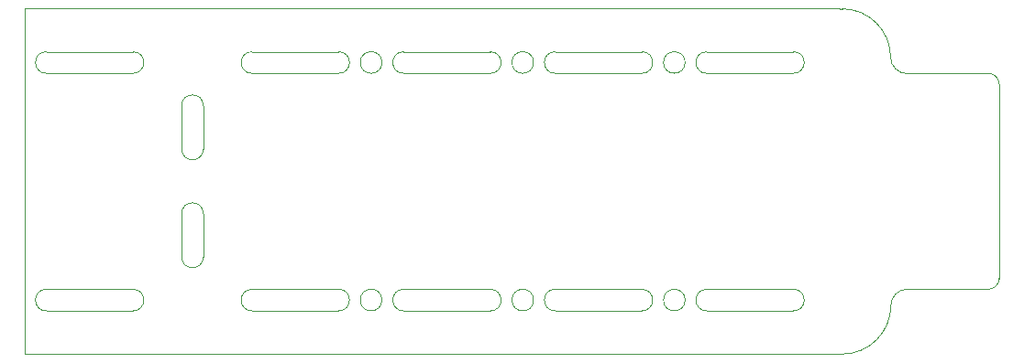
<source format=gm1>
G04 #@! TF.GenerationSoftware,KiCad,Pcbnew,8.0.5*
G04 #@! TF.CreationDate,2024-10-16T23:13:09+09:00*
G04 #@! TF.ProjectId,20240922_FV-1,32303234-3039-4323-925f-46562d312e6b,rev?*
G04 #@! TF.SameCoordinates,Original*
G04 #@! TF.FileFunction,Profile,NP*
%FSLAX46Y46*%
G04 Gerber Fmt 4.6, Leading zero omitted, Abs format (unit mm)*
G04 Created by KiCad (PCBNEW 8.0.5) date 2024-10-16 23:13:09*
%MOMM*%
%LPD*%
G01*
G04 APERTURE LIST*
G04 #@! TA.AperFunction,Profile*
%ADD10C,0.050000*%
G04 #@! TD*
G04 APERTURE END LIST*
D10*
X159000000Y-107000000D02*
X167000000Y-107000000D01*
X157000000Y-106000000D02*
G75*
G02*
X155000000Y-106000000I-1000000J0D01*
G01*
X155000000Y-106000000D02*
G75*
G02*
X157000000Y-106000000I1000000J0D01*
G01*
X120000000Y-83000000D02*
X112000000Y-83000000D01*
X173000000Y-107000000D02*
G75*
G02*
X173000000Y-105000000I0J1000000D01*
G01*
X173000000Y-107000000D02*
X181000000Y-107000000D01*
X200000000Y-104000000D02*
X200000000Y-86000000D01*
X126500000Y-102000000D02*
X126500000Y-98000000D01*
X181000000Y-83000000D02*
G75*
G02*
X181000000Y-85000000I0J-1000000D01*
G01*
X181000000Y-83000000D02*
X173000000Y-83000000D01*
X112000000Y-85000000D02*
G75*
G02*
X112000000Y-83000000I0J1000000D01*
G01*
X185500000Y-79027523D02*
X185000000Y-79000000D01*
X120000000Y-105000000D02*
X112000000Y-105000000D01*
X124500000Y-88000000D02*
X124500000Y-92000000D01*
X112000000Y-107000000D02*
X120000000Y-107000000D01*
X167000000Y-83000000D02*
X159000000Y-83000000D01*
X110000000Y-111000000D02*
X185000000Y-111000000D01*
X190000000Y-106500000D02*
G75*
G02*
X185500000Y-111000000I-4500000J0D01*
G01*
X199000000Y-85000000D02*
G75*
G02*
X200000000Y-86000000I0J-1000000D01*
G01*
X153000000Y-105000000D02*
G75*
G02*
X153000000Y-107000000I0J-1000000D01*
G01*
X159000000Y-107000000D02*
G75*
G02*
X159000000Y-105000000I0J1000000D01*
G01*
X191500000Y-105000000D02*
X199000000Y-105000000D01*
X185500000Y-111000000D02*
X185000000Y-111000000D01*
X120000000Y-83000000D02*
G75*
G02*
X120000000Y-85000000I0J-1000000D01*
G01*
X131000000Y-107000000D02*
G75*
G02*
X131000000Y-105000000I0J1000000D01*
G01*
X124500000Y-98000000D02*
X124500000Y-102000000D01*
X181000000Y-105000000D02*
G75*
G02*
X181000000Y-107000000I0J-1000000D01*
G01*
X153000000Y-105000000D02*
X145000000Y-105000000D01*
X145000000Y-107000000D02*
X153000000Y-107000000D01*
X139000000Y-83000000D02*
G75*
G02*
X139000000Y-85000000I0J-1000000D01*
G01*
X120000000Y-105000000D02*
G75*
G02*
X120000000Y-107000000I0J-1000000D01*
G01*
X112000000Y-107000000D02*
G75*
G02*
X112000000Y-105000000I0J1000000D01*
G01*
X198000000Y-85000000D02*
X199000000Y-85000000D01*
X143000000Y-84000000D02*
G75*
G02*
X141000000Y-84000000I-1000000J0D01*
G01*
X141000000Y-84000000D02*
G75*
G02*
X143000000Y-84000000I1000000J0D01*
G01*
X139000000Y-83000000D02*
X131000000Y-83000000D01*
X145000000Y-85000000D02*
G75*
G02*
X145000000Y-83000000I0J1000000D01*
G01*
X190000000Y-106500000D02*
G75*
G02*
X191500000Y-105000000I1500000J0D01*
G01*
X139000000Y-105000000D02*
X131000000Y-105000000D01*
X145000000Y-85000000D02*
X153000000Y-85000000D01*
X124500000Y-98000000D02*
G75*
G02*
X126500000Y-98000000I1000000J0D01*
G01*
X181000000Y-105000000D02*
X173000000Y-105000000D01*
X131000000Y-85000000D02*
G75*
G02*
X131000000Y-83000000I0J1000000D01*
G01*
X159000000Y-85000000D02*
G75*
G02*
X159000000Y-83000000I0J1000000D01*
G01*
X153000000Y-83000000D02*
X145000000Y-83000000D01*
X167000000Y-83000000D02*
G75*
G02*
X167000000Y-85000000I0J-1000000D01*
G01*
X167000000Y-105000000D02*
X159000000Y-105000000D01*
X173000000Y-85000000D02*
G75*
G02*
X173000000Y-83000000I0J1000000D01*
G01*
X143000000Y-106000000D02*
G75*
G02*
X141000000Y-106000000I-1000000J0D01*
G01*
X141000000Y-106000000D02*
G75*
G02*
X143000000Y-106000000I1000000J0D01*
G01*
X112000000Y-85000000D02*
X120000000Y-85000000D01*
X126500000Y-92000000D02*
G75*
G02*
X124500000Y-92000000I-1000000J0D01*
G01*
X153000000Y-83000000D02*
G75*
G02*
X153000000Y-85000000I0J-1000000D01*
G01*
X185500000Y-79027523D02*
G75*
G02*
X189972477Y-83500000I0J-4472477D01*
G01*
X198000000Y-85000000D02*
X191500000Y-85027523D01*
X167000000Y-105000000D02*
G75*
G02*
X167000000Y-107000000I0J-1000000D01*
G01*
X185000000Y-79000000D02*
X110000000Y-79000000D01*
X200000000Y-104000000D02*
G75*
G02*
X199000000Y-105000000I-1000000J0D01*
G01*
X159000000Y-85000000D02*
X167000000Y-85000000D01*
X124500000Y-88000000D02*
G75*
G02*
X126500000Y-88000000I1000000J0D01*
G01*
X145000000Y-107000000D02*
G75*
G02*
X145000000Y-105000000I0J1000000D01*
G01*
X157000000Y-84000000D02*
G75*
G02*
X155000000Y-84000000I-1000000J0D01*
G01*
X155000000Y-84000000D02*
G75*
G02*
X157000000Y-84000000I1000000J0D01*
G01*
X126500000Y-102000000D02*
G75*
G02*
X124500000Y-102000000I-1000000J0D01*
G01*
X191500000Y-85027523D02*
G75*
G02*
X189972477Y-83500000I0J1527523D01*
G01*
X110000000Y-79000000D02*
X110000000Y-111000000D01*
X171000000Y-84000000D02*
G75*
G02*
X169000000Y-84000000I-1000000J0D01*
G01*
X169000000Y-84000000D02*
G75*
G02*
X171000000Y-84000000I1000000J0D01*
G01*
X139000000Y-105000000D02*
G75*
G02*
X139000000Y-107000000I0J-1000000D01*
G01*
X131000000Y-107000000D02*
X139000000Y-107000000D01*
X173000000Y-85000000D02*
X181000000Y-85000000D01*
X126500000Y-92000000D02*
X126500000Y-88000000D01*
X171000000Y-106000000D02*
G75*
G02*
X169000000Y-106000000I-1000000J0D01*
G01*
X169000000Y-106000000D02*
G75*
G02*
X171000000Y-106000000I1000000J0D01*
G01*
X131000000Y-85000000D02*
X139000000Y-85000000D01*
M02*

</source>
